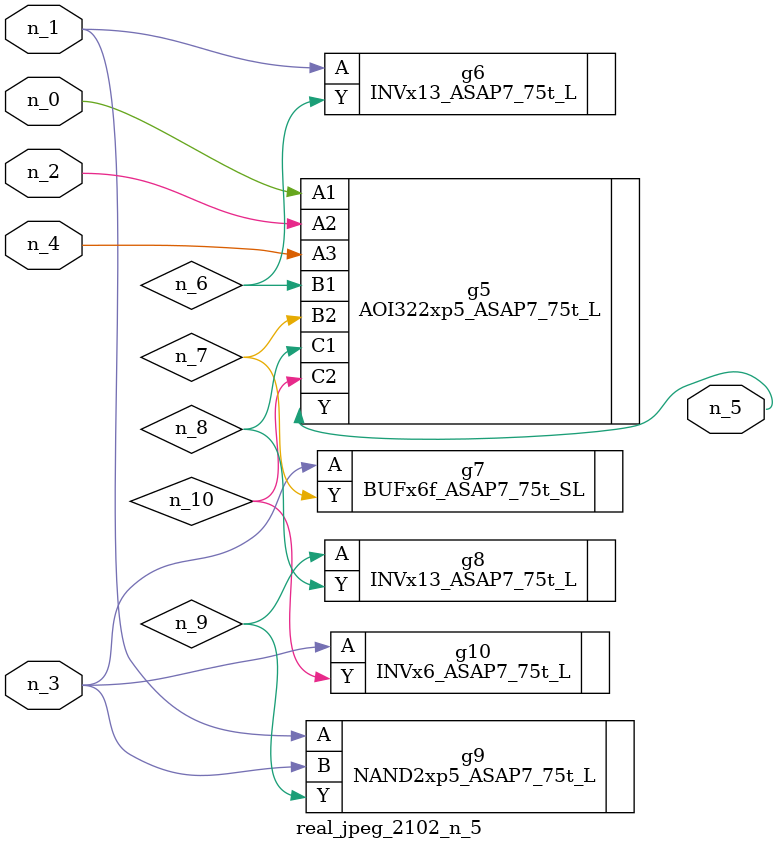
<source format=v>
module real_jpeg_2102_n_5 (n_4, n_0, n_1, n_2, n_3, n_5);

input n_4;
input n_0;
input n_1;
input n_2;
input n_3;

output n_5;

wire n_8;
wire n_6;
wire n_7;
wire n_10;
wire n_9;

AOI322xp5_ASAP7_75t_L g5 ( 
.A1(n_0),
.A2(n_2),
.A3(n_4),
.B1(n_6),
.B2(n_7),
.C1(n_8),
.C2(n_10),
.Y(n_5)
);

INVx13_ASAP7_75t_L g6 ( 
.A(n_1),
.Y(n_6)
);

NAND2xp5_ASAP7_75t_L g9 ( 
.A(n_1),
.B(n_3),
.Y(n_9)
);

BUFx6f_ASAP7_75t_SL g7 ( 
.A(n_3),
.Y(n_7)
);

INVx6_ASAP7_75t_L g10 ( 
.A(n_3),
.Y(n_10)
);

INVx13_ASAP7_75t_L g8 ( 
.A(n_9),
.Y(n_8)
);


endmodule
</source>
